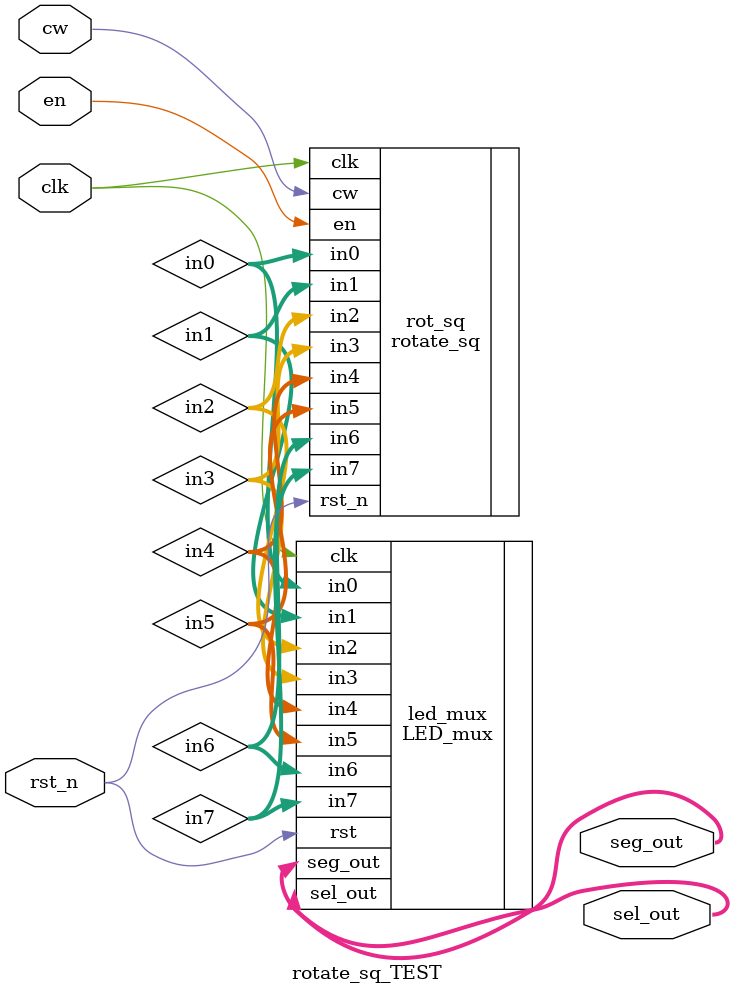
<source format=sv>
`timescale 1ns / 1ps

module rotate_sq_TEST(
    input clk, rst_n,
    input cw, en,
    output [7:0] seg_out,
    output [7:0] sel_out
    );
	
    wire[7:0] in0, in1, in2, in3, in4, in5, in6, in7;
    
    rotate_sq rot_sq(
        .clk(clk),
        .rst_n(rst_n),
        .cw(cw),
        .en(en),
        .in0(in0), .in1(in1), .in2(in2), .in3(in3),
        .in4(in4), .in5(in5), .in6(in6), .in7(in7)
    );
    
    LED_mux led_mux(
        .clk(clk),
        .rst(rst_n),
        .in0(in0), .in1(in1), .in2(in2), .in3(in3),
        .in4(in4), .in5(in5), .in6(in6), .in7(in7),
        .seg_out(seg_out),
        .sel_out(sel_out)
    );

endmodule
</source>
